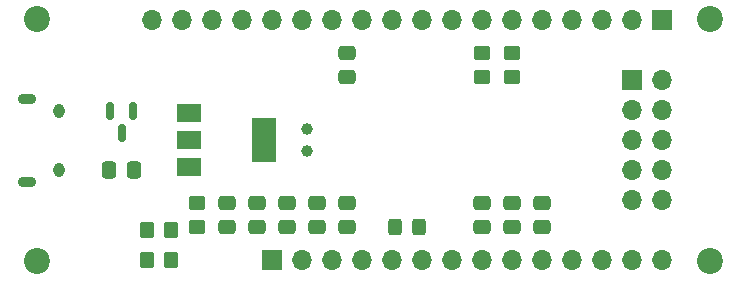
<source format=gbs>
G04 #@! TF.GenerationSoftware,KiCad,Pcbnew,(6.0.9)*
G04 #@! TF.CreationDate,2022-11-19T12:24:37+01:00*
G04 #@! TF.ProjectId,SAMD21 breakout,53414d44-3231-4206-9272-65616b6f7574,rev?*
G04 #@! TF.SameCoordinates,Original*
G04 #@! TF.FileFunction,Soldermask,Bot*
G04 #@! TF.FilePolarity,Negative*
%FSLAX46Y46*%
G04 Gerber Fmt 4.6, Leading zero omitted, Abs format (unit mm)*
G04 Created by KiCad (PCBNEW (6.0.9)) date 2022-11-19 12:24:37*
%MOMM*%
%LPD*%
G01*
G04 APERTURE LIST*
G04 Aperture macros list*
%AMRoundRect*
0 Rectangle with rounded corners*
0 $1 Rounding radius*
0 $2 $3 $4 $5 $6 $7 $8 $9 X,Y pos of 4 corners*
0 Add a 4 corners polygon primitive as box body*
4,1,4,$2,$3,$4,$5,$6,$7,$8,$9,$2,$3,0*
0 Add four circle primitives for the rounded corners*
1,1,$1+$1,$2,$3*
1,1,$1+$1,$4,$5*
1,1,$1+$1,$6,$7*
1,1,$1+$1,$8,$9*
0 Add four rect primitives between the rounded corners*
20,1,$1+$1,$2,$3,$4,$5,0*
20,1,$1+$1,$4,$5,$6,$7,0*
20,1,$1+$1,$6,$7,$8,$9,0*
20,1,$1+$1,$8,$9,$2,$3,0*%
G04 Aperture macros list end*
%ADD10R,2.000000X3.800000*%
%ADD11R,2.000000X1.500000*%
%ADD12R,1.700000X1.700000*%
%ADD13O,1.700000X1.700000*%
%ADD14C,1.000000*%
%ADD15C,2.200000*%
%ADD16O,1.550000X0.890000*%
%ADD17O,0.950000X1.250000*%
%ADD18RoundRect,0.250000X-0.475000X0.337500X-0.475000X-0.337500X0.475000X-0.337500X0.475000X0.337500X0*%
%ADD19RoundRect,0.150000X-0.150000X0.587500X-0.150000X-0.587500X0.150000X-0.587500X0.150000X0.587500X0*%
%ADD20RoundRect,0.250000X0.350000X0.450000X-0.350000X0.450000X-0.350000X-0.450000X0.350000X-0.450000X0*%
%ADD21RoundRect,0.250000X0.337500X0.475000X-0.337500X0.475000X-0.337500X-0.475000X0.337500X-0.475000X0*%
%ADD22RoundRect,0.250000X-0.325000X-0.450000X0.325000X-0.450000X0.325000X0.450000X-0.325000X0.450000X0*%
%ADD23RoundRect,0.250000X-0.450000X0.350000X-0.450000X-0.350000X0.450000X-0.350000X0.450000X0.350000X0*%
%ADD24RoundRect,0.250000X0.450000X-0.350000X0.450000X0.350000X-0.450000X0.350000X-0.450000X-0.350000X0*%
%ADD25RoundRect,0.250000X0.475000X-0.337500X0.475000X0.337500X-0.475000X0.337500X-0.475000X-0.337500X0*%
G04 APERTURE END LIST*
D10*
X-660000Y10160000D03*
D11*
X-6960000Y7860000D03*
X-6960000Y10160000D03*
X-6960000Y12460000D03*
D12*
X30480000Y15240000D03*
D13*
X33020000Y15240000D03*
X30480000Y12700000D03*
X33020000Y12700000D03*
X30480000Y10160000D03*
X33020000Y10160000D03*
X30480000Y7620000D03*
X33020000Y7620000D03*
X30480000Y5080000D03*
X33020000Y5080000D03*
D14*
X2980000Y11110000D03*
X2980000Y9210000D03*
D15*
X-19884800Y-90000D03*
X37115200Y20410000D03*
X37115200Y-90000D03*
D16*
X-20731800Y13660000D03*
X-20731800Y6660000D03*
D17*
X-18031800Y7660000D03*
X-18031800Y12660000D03*
D15*
X-19884800Y20410000D03*
D18*
X22860000Y4847500D03*
X22860000Y2772500D03*
D19*
X-13650000Y12621500D03*
X-11750000Y12621500D03*
X-12700000Y10746500D03*
D18*
X3810000Y4847500D03*
X3810000Y2772500D03*
X17780000Y4847500D03*
X17780000Y2772500D03*
X6350000Y4847500D03*
X6350000Y2772500D03*
X20320000Y4847500D03*
X20320000Y2772500D03*
D20*
X-8525000Y2540000D03*
X-10525000Y2540000D03*
D18*
X1270000Y4847500D03*
X1270000Y2772500D03*
D21*
X-11662500Y7620000D03*
X-13737500Y7620000D03*
D12*
X33020000Y20320000D03*
D13*
X30480000Y20320000D03*
X27940000Y20320000D03*
X25400000Y20320000D03*
X22860000Y20320000D03*
X20320000Y20320000D03*
X17780000Y20320000D03*
X15240000Y20320000D03*
X12700000Y20320000D03*
X10160000Y20320000D03*
X7620000Y20320000D03*
X5080000Y20320000D03*
X2540000Y20320000D03*
X0Y20320000D03*
X-2540000Y20320000D03*
X-5080000Y20320000D03*
X-7620000Y20320000D03*
X-10160000Y20320000D03*
D18*
X-1270000Y4847500D03*
X-1270000Y2772500D03*
D22*
X10405000Y2794000D03*
X12455000Y2794000D03*
D23*
X20320000Y17510000D03*
X20320000Y15510000D03*
X17780000Y17510000D03*
X17780000Y15510000D03*
D24*
X-6350000Y2810000D03*
X-6350000Y4810000D03*
D12*
X0Y0D03*
D13*
X2540000Y0D03*
X5080000Y0D03*
X7620000Y0D03*
X10160000Y0D03*
X12700000Y0D03*
X15240000Y0D03*
X17780000Y0D03*
X20320000Y0D03*
X22860000Y0D03*
X25400000Y0D03*
X27940000Y0D03*
X30480000Y0D03*
X33020000Y0D03*
D20*
X-8525000Y0D03*
X-10525000Y0D03*
D18*
X-3810000Y4847500D03*
X-3810000Y2772500D03*
D25*
X6350000Y15472500D03*
X6350000Y17547500D03*
M02*

</source>
